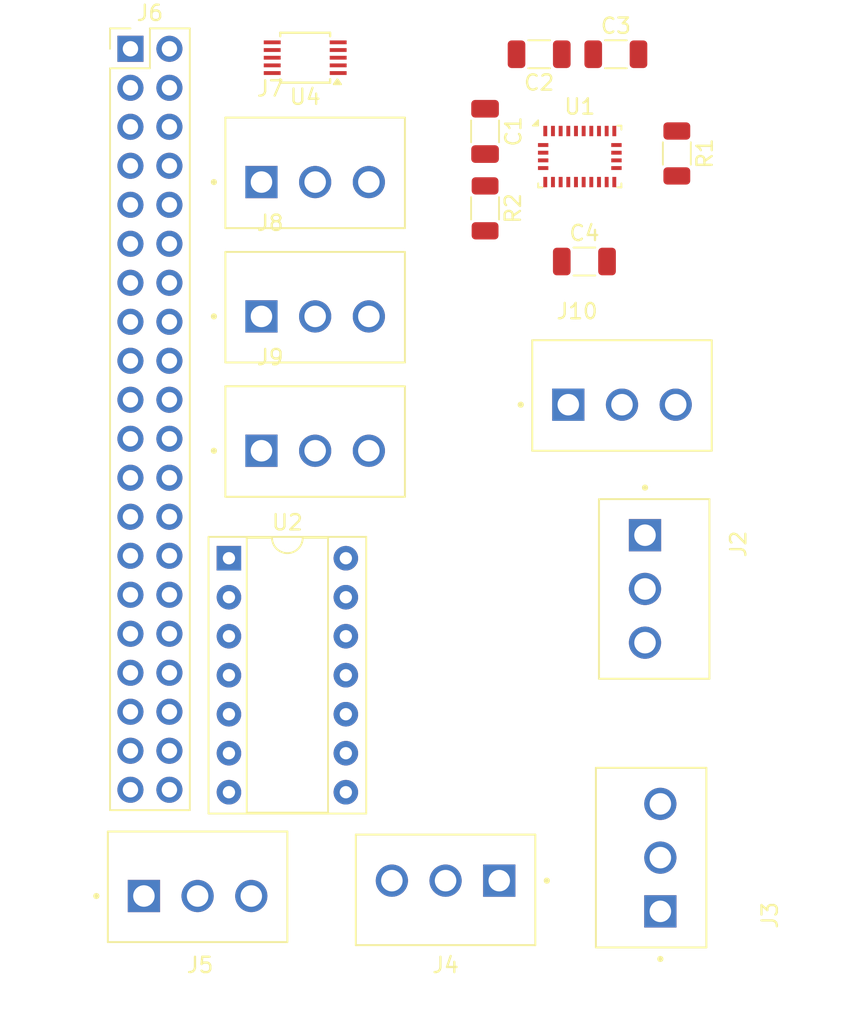
<source format=kicad_pcb>
(kicad_pcb (version 20240108) (generator "pcbnew") (generator_version "8.0")
  (layers (0 "F.Cu" signal) (31 "B.Cu" signal) (34 "B.Paste" user) (35 "F.Paste" user) (36 "B.SilkS" user "B.Silkscreen") (37 "F.SilkS" user "F.Silkscreen") (38 "B.Mask" user) (39 "F.Mask" user) (44 "Edge.Cuts" user))
  (net 0 "")
  (net 1 "GND")
  (net 2 "3.3V")
  (net 3 "Net-(U1-CAP)")
  (net 4 "Net-(J2-Pad2)")
  (net 5 "5V")
  (net 6 "Net-(J3-Pad2)")
  (net 7 "Net-(J4-Pad2)")
  (net 8 "Net-(J5-Pad2)")
  (net 9 "ST 4")
  (net 10 "/I2C_1_SCL")
  (net 11 "/UART_2_RX")
  (net 12 "/gpio232")
  (net 13 "/gpio194")
  (net 14 "/gpio20")
  (net 15 "IMU nBOOT")
  (net 16 "/I2C_1_SDA")
  (net 17 "IMU nRESET")
  (net 18 "/I2C_2_SDA")
  (net 19 "/I2C_2_SCL")
  (net 20 "ST 1")
  (net 21 "ADC ALERT")
  (net 22 "/gpio15")
  (net 23 "/gpio50")
  (net 24 "ST 3")
  (net 25 "/gpio14")
  (net 26 "IMU INT")
  (net 27 "/UART_2_TX")
  (net 28 "/gpio19")
  (net 29 "/gpio79")
  (net 30 "COM 3")
  (net 31 "/gpio12")
  (net 32 "/gpio16")
  (net 33 "/gpio13")
  (net 34 "/gpio17")
  (net 35 "ST 2")
  (net 36 "/gpio18")
  (net 37 "/ADC/Signal")
  (footprint "TBP03R2_350_03BE:CUI_TBP03R2-350-03BE" (layer "F.Cu") (at 155.5 155 90)
    (property "Reference" "J3" (at -0.255 7.1375 90) (layer "F.SilkS"))
    (property "Value" "TBP03R2-350-03BE")
    (fp_line (start 9.35 -4.2) (end 9.35 3) (stroke (width 0.127)) (layer "F.SilkS"))
    (fp_line (start -2.35 -4.2) (end 9.35 -4.2) (stroke (width 0.127)) (layer "F.SilkS"))
    (fp_line (start 9.35 3) (end -2.35 3) (stroke (width 0.127)) (layer "F.SilkS"))
    (fp_line (start -2.35 3) (end -2.35 -4.2) (stroke (width 0.127)) (layer "F.SilkS"))
    (fp_circle (center -3.1 0) (end -3 0) (stroke (width 0.2)) (fill none) (layer "F.SilkS"))
    (pad "1" thru_hole rect (at 0 0 90) (size 2.1 2.1) (drill 1.4) (layers "*.Cu" "*.Mask") (net 1 "GND"))
    (pad "2" thru_hole circle (at 3.5 0 90) (size 2.1 2.1) (drill 1.4) (layers "*.Cu" "*.Mask") (net 6 "Net-(J3-Pad2)"))
    (pad "3" thru_hole circle (at 7 0 90) (size 2.1 2.1) (drill 1.4) (layers "*.Cu" "*.Mask") (net 5 "5V"))
  )
  (footprint "Resistor_SMD:R_1206_3216Metric" (layer "F.Cu") (at 144.075 109.2125 -90)
    (property "Reference" "R2" (at 0 -1.82 90) (layer "F.SilkS"))
    (property "Value" "10k")
    (fp_line (start -0.727064 0.91) (end 0.727064 0.91) (stroke (width 0.12)) (layer "F.SilkS"))
    (fp_line (start -0.727064 -0.91) (end 0.727064 -0.91) (stroke (width 0.12)) (layer "F.SilkS"))
    (pad "1" smd roundrect (at -1.4625 0 270) (size 1.125 1.75) (layers "F.Cu" "F.Paste" "F.Mask") (roundrect_rratio 0.222222) (net 2 "3.3V"))
    (pad "2" smd roundrect (at 1.4625 0 270) (size 1.125 1.75) (layers "F.Cu" "F.Paste" "F.Mask") (roundrect_rratio 0.222222) (net 15 "IMU nBOOT"))
  )
  (footprint "TBP03R2_350_03BE:CUI_TBP03R2-350-03BE" (layer "F.Cu") (at 129.5 107.5)
    (property "Reference" "J7" (at 0.575 -6.085 0) (layer "F.SilkS"))
    (property "Value" "TBP03R2-350-03BE")
    (fp_line (start -2.35 -4.2) (end 9.35 -4.2) (stroke (width 0.127)) (layer "F.SilkS"))
    (fp_line (start -2.35 3) (end -2.35 -4.2) (stroke (width 0.127)) (layer "F.SilkS"))
    (fp_line (start 9.35 -4.2) (end 9.35 3) (stroke (width 0.127)) (layer "F.SilkS"))
    (fp_line (start 9.35 3) (end -2.35 3) (stroke (width 0.127)) (layer "F.SilkS"))
    (fp_circle (center -3.1 0) (end -3 0) (stroke (width 0.2)) (fill none) (layer "F.SilkS"))
    (pad "1" thru_hole rect (at 0 0) (size 2.1 2.1) (drill 1.4) (layers "*.Cu" "*.Mask") (net 2 "3.3V"))
    (pad "2" thru_hole circle (at 3.5 0) (size 2.1 2.1) (drill 1.4) (layers "*.Cu" "*.Mask") (net 37 "/ADC/Signal"))
    (pad "3" thru_hole circle (at 7 0) (size 2.1 2.1) (drill 1.4) (layers "*.Cu" "*.Mask") (net 1 "GND"))
  )
  (footprint "TBP03R2_350_03BE:CUI_TBP03R2-350-03BE" (layer "F.Cu") (at 145 153 180)
    (property "Reference" "J4" (at 3.5 -5.5 360) (layer "F.SilkS"))
    (property "Value" "TBP03R2-350-03BE")
    (fp_line (start 9.35 3) (end -2.35 3) (stroke (width 0.127)) (layer "F.SilkS"))
    (fp_line (start 9.35 -4.2) (end 9.35 3) (stroke (width 0.127)) (layer "F.SilkS"))
    (fp_line (start -2.35 3) (end -2.35 -4.2) (stroke (width 0.127)) (layer "F.SilkS"))
    (fp_line (start -2.35 -4.2) (end 9.35 -4.2) (stroke (width 0.127)) (layer "F.SilkS"))
    (fp_circle (center -3.1 0) (end -3 0) (stroke (width 0.2)) (fill none) (layer "F.SilkS"))
    (pad "1" thru_hole rect (at 0 0 180) (size 2.1 2.1) (drill 1.4) (layers "*.Cu" "*.Mask") (net 1 "GND"))
    (pad "2" thru_hole circle (at 3.5 0 180) (size 2.1 2.1) (drill 1.4) (layers "*.Cu" "*.Mask") (net 7 "Net-(J4-Pad2)"))
    (pad "3" thru_hole circle (at 7 0 180) (size 2.1 2.1) (drill 1.4) (layers "*.Cu" "*.Mask") (net 5 "5V"))
  )
  (footprint "Package_SO:TSSOP-10_3x3mm_P0.5mm" (layer "F.Cu") (at 132.35 99.4 180)
    (property "Reference" "U4" (at 0 -2.55 360) (layer "F.SilkS"))
    (property "Value" "ADS1115IDGS")
    (fp_line (start 1.625 1.625) (end 1.625 1.4) (stroke (width 0.15)) (layer "F.SilkS"))
    (fp_line (start 1.625 -1.625) (end 1.625 -1.4) (stroke (width 0.15)) (layer "F.SilkS"))
    (fp_line (start -1.625 1.625) (end 1.625 1.625) (stroke (width 0.15)) (layer "F.SilkS"))
    (fp_line (start -1.625 1.625) (end -1.625 1.4) (stroke (width 0.15)) (layer "F.SilkS"))
    (fp_line (start -1.625 -1.625) (end 1.625 -1.625) (stroke (width 0.15)) (layer "F.SilkS"))
    (fp_line (start -1.625 -1.625) (end -1.625 -1.4) (stroke (width 0.15)) (layer "F.SilkS"))
    (fp_poly (pts (xy -2.1 -1.4) (xy -2.34 -1.73) (xy -1.86 -1.73) (xy -2.1 -1.4)) (stroke (width 0.12)) (fill solid) (layer "F.SilkS"))
    (pad "1" smd rect (at -2.15 -1 180) (size 1.1 0.25) (layers "F.Cu" "F.Paste" "F.Mask"))
    (pad "2" smd rect (at -2.15 -0.5 180) (size 1.1 0.25) (layers "F.Cu" "F.Paste" "F.Mask") (net 21 "ADC ALERT"))
    (pad "3" smd rect (at -2.15 0 180) (size 1.1 0.25) (layers "F.Cu" "F.Paste" "F.Mask") (net 1 "GND"))
    (pad "4" smd rect (at -2.15 0.5 180) (size 1.1 0.25) (layers "F.Cu" "F.Paste" "F.Mask") (net 37 "/ADC/Signal"))
    (pad "5" smd rect (at -2.15 1 180) (size 1.1 0.25) (layers "F.Cu" "F.Paste" "F.Mask") (net 37 "/ADC/Signal"))
    (pad "6" smd rect (at 2.15 1 180) (size 1.1 0.25) (layers "F.Cu" "F.Paste" "F.Mask") (net 37 "/ADC/Signal"))
    (pad "7" smd rect (at 2.15 0.5 180) (size 1.1 0.25) (layers "F.Cu" "F.Paste" "F.Mask") (net 37 "/ADC/Signal"))
    (pad "8" smd rect (at 2.15 0 180) (size 1.1 0.25) (layers "F.Cu" "F.Paste" "F.Mask") (net 2 "3.3V"))
    (pad "9" smd rect (at 2.15 -0.5 180) (size 1.1 0.25) (layers "F.Cu" "F.Paste" "F.Mask") (net 18 "/I2C_2_SDA"))
    (pad "10" smd rect (at 2.15 -1 180) (size 1.1 0.25) (layers "F.Cu" "F.Paste" "F.Mask") (net 19 "/I2C_2_SCL"))
  )
  (footprint "Connector_PinHeader_2.54mm:PinHeader_2x20_P2.54mm_Vertical" (layer "F.Cu") (at 120.96 98.82)
    (property "Reference" "J6" (at 1.27 -2.33 0) (layer "F.SilkS"))
    (property "Value" "40_Pin_Jetson_Connector")
    (fp_line (start -1.33 -1.33) (end 0 -1.33) (stroke (width 0.12)) (layer "F.SilkS"))
    (fp_line (start -1.33 0) (end -1.33 -1.33) (stroke (width 0.12)) (layer "F.SilkS"))
    (fp_line (start -1.33 1.27) (end -1.33 49.59) (stroke (width 0.12)) (layer "F.SilkS"))
    (fp_line (start -1.33 1.27) (end 1.27 1.27) (stroke (width 0.12)) (layer "F.SilkS"))
    (fp_line (start -1.33 49.59) (end 3.87 49.59) (stroke (width 0.12)) (layer "F.SilkS"))
    (fp_line (start 1.27 -1.33) (end 3.87 -1.33) (stroke (width 0.12)) (layer "F.SilkS"))
    (fp_line (start 1.27 1.27) (end 1.27 -1.33) (stroke (width 0.12)) (layer "F.SilkS"))
    (fp_line (start 3.87 -1.33) (end 3.87 49.59) (stroke (width 0.12)) (layer "F.SilkS"))
    (pad "1" thru_hole rect (at 0 0) (size 1.7 1.7) (drill 1) (layers "*.Cu" "*.Mask") (net 2 "3.3V"))
    (pad "2" thru_hole oval (at 2.54 0) (size 1.7 1.7) (drill 1) (layers "*.Cu" "*.Mask") (net 5 "5V"))
    (pad "3" thru_hole oval (at 0 2.54) (size 1.7 1.7) (drill 1) (layers "*.Cu" "*.Mask") (net 18 "/I2C_2_SDA"))
    (pad "4" thru_hole oval (at 2.54 2.54) (size 1.7 1.7) (drill 1) (layers "*.Cu" "*.Mask") (net 5 "5V"))
    (pad "5" thru_hole oval (at 0 5.08) (size 1.7 1.7) (drill 1) (layers "*.Cu" "*.Mask") (net 19 "/I2C_2_SCL"))
    (pad "6" thru_hole oval (at 2.54 5.08) (size 1.7 1.7) (drill 1) (layers "*.Cu" "*.Mask") (net 1 "GND"))
    (pad "7" thru_hole oval (at 0 7.62) (size 1.7 1.7) (drill 1) (layers "*.Cu" "*.Mask") (net 21 "ADC ALERT"))
    (pad "8" thru_hole oval (at 2.54 7.62) (size 1.7 1.7) (drill 1) (layers "*.Cu" "*.Mask") (net 27 "/UART_2_TX"))
    (pad "9" thru_hole oval (at 0 10.16) (size 1.7 1.7) (drill 1) (layers "*.Cu" "*.Mask") (net 1 "GND"))
    (pad "10" thru_hole oval (at 2.54 10.16) (size 1.7 1.7) (drill 1) (layers "*.Cu" "*.Mask") (net 11 "/UART_2_RX"))
    (pad "11" thru_hole oval (at 0 12.7) (size 1.7 1.7) (drill 1) (layers "*.Cu" "*.Mask") (net 23 "/gpio50"))
    (pad "12" thru_hole oval (at 2.54 12.7) (size 1.7 1.7) (drill 1) (layers "*.Cu" "*.Mask") (net 29 "/gpio79"))
    (pad "13" thru_hole oval (at 0 15.24) (size 1.7 1.7) (drill 1) (layers "*.Cu" "*.Mask") (net 25 "/gpio14"))
    (pad "14" thru_hole oval (at 2.54 15.24) (size 1.7 1.7) (drill 1) (layers "*.Cu" "*.Mask") (net 1 "GND"))
    (pad "15" thru_hole oval (at 0 17.78) (size 1.7 1.7) (drill 1) (layers "*.Cu" "*.Mask") (net 13 "/gpio194"))
    (pad "16" thru_hole oval (at 2.54 17.78) (size 1.7 1.7) (drill 1) (layers "*.Cu" "*.Mask") (net 12 "/gpio232"))
    (pad "17" thru_hole oval (at 0 20.32) (size 1.7 1.7) (drill 1) (layers "*.Cu" "*.Mask") (net 2 "3.3V"))
    (pad "18" thru_hole oval (at 2.54 20.32) (size 1.7 1.7) (drill 1) (layers "*.Cu" "*.Mask") (net 22 "/gpio15"))
    (pad "19" thru_hole oval (at 0 22.86) (size 1.7 1.7) (drill 1) (layers "*.Cu" "*.Mask") (net 32 "/gpio16"))
    (pad "20" thru_hole oval (at 2.54 22.86) (size 1.7 1.7) (drill 1) (layers "*.Cu" "*.Mask") (net 1 "GND"))
    (pad "21" thru_hole oval (at 0 25.4) (size 1.7 1.7) (drill 1) (layers "*.Cu" "*.Mask") (net 34 "/gpio17"))
    (pad "22" thru_hole oval (at 2.54 25.4) (size 1.7 1.7) (drill 1) (layers "*.Cu" "*.Mask") (net 33 "/gpio13"))
    (pad "23" thru_hole oval (at 0 27.94) (size 1.7 1.7) (drill 1) (layers "*.Cu" "*.Mask") (net 36 "/gpio18"))
    (pad "24" thru_hole oval (at 2.54 27.94) (size 1.7 1.7) (drill 1) (layers "*.Cu" "*.Mask") (net 28 "/gpio19"))
    (pad "25" thru_hole oval (at 0 30.48) (size 1.7 1.7) (drill 1) (layers "*.Cu" "*.Mask") (net 1 "GND"))
    (pad "26" thru_hole oval (at 2.54 30.48) (size 1.7 1.7) (drill 1) (layers "*.Cu" "*.Mask") (net 14 "/gpio20"))
    (pad "27" thru_hole oval (at 0 33.02) (size 1.7 1.7) (drill 1) (layers "*.Cu" "*.Mask") (net 16 "/I2C_1_SDA"))
    (pad "28" thru_hole oval (at 2.54 33.02) (size 1.7 1.7) (drill 1) (layers "*.Cu" "*.Mask") (net 10 "/I2C_1_SCL"))
    (pad "29" thru_hole oval (at 0 35.56) (size 1.7 1.7) (drill 1) (layers "*.Cu" "*.Mask") (net 17 "IMU nRESET"))
    (pad "30" thru_hole oval (at 2.54 35.56) (size 1.7 1.7) (drill 1) (layers "*.Cu" "*.Mask") (net 1 "GND"))
    (pad "31" thru_hole oval (at 0 38.1) (size 1.7 1.7) (drill 1) (layers "*.Cu" "*.Mask") (net 26 "IMU INT"))
    (pad "32" thru_hole oval (at 2.54 38.1) (size 1.7 1.7) (drill 1) (layers "*.Cu" "*.Mask") (net 20 "ST 1"))
    (pad "33" thru_hole oval (at 0 40.64) (size 1.7 1.7) (drill 1) (layers "*.Cu" "*.Mask") (net 15 "IMU nBOOT"))
    (pad "34" thru_hole oval (at 2.54 40.64) (size 1.7 1.7) (drill 1) (layers "*.Cu" "*.Mask") (net 1 "GND"))
    (pad "35" thru_hole oval (at 0 43.18) (size 1.7 1.7) (drill 1) (layers "*.Cu" "*.Mask") (net 30 "COM 3"))
    (pad "36" thru_hole oval (at 2.54 43.18) (size 1.7 1.7) (drill 1) (layers "*.Cu" "*.Mask") (net 35 "ST 2"))
    (pad "37" thru_hole oval (at 0 45.72) (size 1.7 1.7) (drill 1) (layers "*.Cu" "*.Mask") (net 31 "/gpio12"))
    (pad "38" thru_hole oval (at 2.54 45.72) (size 1.7 1.7) (drill 1) (layers "*.Cu" "*.Mask") (net 24 "ST 3"))
    (pad "39" thru_hole oval (at 0 48.26) (size 1.7 1.7) (drill 1) (layers "*.Cu" "*.Mask") (net 1 "GND"))
    (pad "40" thru_hole oval (at 2.54 48.26) (size 1.7 1.7) (drill 1) (layers "*.Cu" "*.Mask") (net 9 "ST 4"))
  )
  (footprint "TBP03R2_350_03BE:CUI_TBP03R2-350-03BE" (layer "F.Cu") (at 149.5 122)
    (property "Reference" "J10" (at 0.575 -6.085 360) (layer "F.SilkS"))
    (property "Value" "TBP03R2-350-03BE")
    (fp_line (start -2.35 -4.2) (end 9.35 -4.2) (stroke (width 0.127)) (layer "F.SilkS"))
    (fp_line (start -2.35 3) (end -2.35 -4.2) (stroke (width 0.127)) (layer "F.SilkS"))
    (fp_line (start 9.35 -4.2) (end 9.35 3) (stroke (width 0.127)) (layer "F.SilkS"))
    (fp_line (start 9.35 3) (end -2.35 3) (stroke (width 0.127)) (layer "F.SilkS"))
    (fp_circle (center -3.1 0) (end -3 0) (stroke (width 0.2)) (fill none) (layer "F.SilkS"))
    (pad "1" thru_hole rect (at 0 0) (size 2.1 2.1) (drill 1.4) (layers "*.Cu" "*.Mask") (net 2 "3.3V"))
    (pad "2" thru_hole circle (at 3.5 0) (size 2.1 2.1) (drill 1.4) (layers "*.Cu" "*.Mask") (net 37 "/ADC/Signal"))
    (pad "3" thru_hole circle (at 7 0) (size 2.1 2.1) (drill 1.4) (layers "*.Cu" "*.Mask") (net 1 "GND"))
  )
  (footprint "Capacitor_SMD:C_1206_3216Metric" (layer "F.Cu") (at 147.6 99.175 180)
    (property "Reference" "C2" (at 0 -1.85 360) (layer "F.SilkS"))
    (property "Value" "6.8n")
    (fp_line (start -0.711252 0.91) (end 0.711252 0.91) (stroke (width 0.12)) (layer "F.SilkS"))
    (fp_line (start -0.711252 -0.91) (end 0.711252 -0.91) (stroke (width 0.12)) (layer "F.SilkS"))
    (pad "1" smd roundrect (at -1.475 0 180) (size 1.15 1.8) (layers "F.Cu" "F.Paste" "F.Mask") (roundrect_rratio 0.217391) (net 1 "GND"))
    (pad "2" smd roundrect (at 1.475 0 180) (size 1.15 1.8) (layers "F.Cu" "F.Paste" "F.Mask") (roundrect_rratio 0.217391) (net 2 "3.3V"))
  )
  (footprint "TBP03R2_350_03BE:CUI_TBP03R2-350-03BE" (layer "F.Cu") (at 129.5 116.25)
    (property "Reference" "J8" (at 0.575 -6.085 0) (layer "F.SilkS"))
    (property "Value" "TBP03R2-350-03BE")
    (fp_line (start -2.35 -4.2) (end 9.35 -4.2) (stroke (width 0.127)) (layer "F.SilkS"))
    (fp_line (start -2.35 3) (end -2.35 -4.2) (stroke (width 0.127)) (layer "F.SilkS"))
    (fp_line (start 9.35 -4.2) (end 9.35 3) (stroke (width 0.127)) (layer "F.SilkS"))
    (fp_line (start 9.35 3) (end -2.35 3) (stroke (width 0.127)) (layer "F.SilkS"))
    (fp_circle (center -3.1 0) (end -3 0) (stroke (width 0.2)) (fill none) (layer "F.SilkS"))
    (pad "1" thru_hole rect (at 0 0) (size 2.1 2.1) (drill 1.4) (layers "*.Cu" "*.Mask") (net 2 "3.3V"))
    (pad "2" thru_hole circle (at 3.5 0) (size 2.1 2.1) (drill 1.4) (layers "*.Cu" "*.Mask") (net 37 "/ADC/Signal"))
    (pad "3" thru_hole circle (at 7 0) (size 2.1 2.1) (drill 1.4) (layers "*.Cu" "*.Mask") (net 1 "GND"))
  )
  (footprint "TBP03R2_350_03BE:CUI_TBP03R2-350-03BE" (layer "F.Cu") (at 129.5 125)
    (property "Reference" "J9" (at 0.575 -6.085 0) (layer "F.SilkS"))
    (property "Value" "TBP03R2-350-03BE")
    (fp_line (start -2.35 -4.2) (end 9.35 -4.2) (stroke (width 0.127)) (layer "F.SilkS"))
    (fp_line (start -2.35 3) (end -2.35 -4.2) (stroke (width 0.127)) (layer "F.SilkS"))
    (fp_line (start 9.35 -4.2) (end 9.35 3) (stroke (width 0.127)) (layer "F.SilkS"))
    (fp_line (start 9.35 3) (end -2.35 3) (stroke (width 0.127)) (layer "F.SilkS"))
    (fp_circle (center -3.1 0) (end -3 0) (stroke (width 0.2)) (fill none) (layer "F.SilkS"))
    (pad "1" thru_hole rect (at 0 0) (size 2.1 2.1) (drill 1.4) (layers "*.Cu" "*.Mask") (net 2 "3.3V"))
    (pad "2" thru_hole circle (at 3.5 0) (size 2.1 2.1) (drill 1.4) (layers "*.Cu" "*.Mask") (net 37 "/ADC/Signal"))
    (pad "3" thru_hole circle (at 7 0) (size 2.1 2.1) (drill 1.4) (layers "*.Cu" "*.Mask") (net 1 "GND"))
  )
  (footprint "Capacitor_SMD:C_1206_3216Metric" (layer "F.Cu") (at 150.55 112.675)
    (property "Reference" "C4" (at 0 -1.85 360) (layer "F.SilkS"))
    (property "Value" "100n")
    (fp_line (start -0.711252 -0.91) (end 0.711252 -0.91) (stroke (width 0.12)) (layer "F.SilkS"))
    (fp_line (start -0.711252 0.91) (end 0.711252 0.91) (stroke (width 0.12)) (layer "F.SilkS"))
    (pad "1" smd roundrect (at -1.475 0) (size 1.15 1.8) (layers "F.Cu" "F.Paste" "F.Mask") (roundrect_rratio 0.217391) (net 3 "Net-(U1-CAP)"))
    (pad "2" smd roundrect (at 1.475 0) (size 1.15 1.8) (layers "F.Cu" "F.Paste" "F.Mask") (roundrect_rratio 0.217391) (net 1 "GND"))
  )
  (footprint "Capacitor_SMD:C_1206_3216Metric" (layer "F.Cu") (at 144.075 104.2 -90)
    (property "Reference" "C1" (at 0 -1.85 90) (layer "F.SilkS"))
    (property "Value" "100n")
    (fp_line (start -0.711252 0.91) (end 0.711252 0.91) (stroke (width 0.12)) (layer "F.SilkS"))
    (fp_line (start -0.711252 -0.91) (end 0.711252 -0.91) (stroke (width 0.12)) (layer "F.SilkS"))
    (pad "1" smd roundrect (at -1.475 0 270) (size 1.15 1.8) (layers "F.Cu" "F.Paste" "F.Mask") (roundrect_rratio 0.217391) (net 1 "GND"))
    (pad "2" smd roundrect (at 1.475 0 270) (size 1.15 1.8) (layers "F.Cu" "F.Paste" "F.Mask") (roundrect_rratio 0.217391) (net 2 "3.3V"))
  )
  (footprint "Capacitor_SMD:C_1206_3216Metric" (layer "F.Cu") (at 152.6 99.175)
    (property "Reference" "C3" (at 0 -1.85 360) (layer "F.SilkS"))
    (property "Value" "120n")
    (fp_line (start -0.711252 -0.91) (end 0.711252 -0.91) (stroke (width 0.12)) (layer "F.SilkS"))
    (fp_line (start -0.711252 0.91) (end 0.711252 0.91) (stroke (width 0.12)) (layer "F.SilkS"))
    (pad "1" smd roundrect (at -1.475 0) (size 1.15 1.8) (layers "F.Cu" "F.Paste" "F.Mask") (roundrect_rratio 0.217391) (net 1 "GND"))
    (pad "2" smd roundrect (at 1.475 0) (size 1.15 1.8) (layers "F.Cu" "F.Paste" "F.Mask") (roundrect_rratio 0.217391) (net 2 "3.3V"))
  )
  (footprint "Package_DIP:DIP-14_W7.62mm_Socket" (layer "F.Cu") (at 127.38 132)
    (property "Reference" "U2" (at 3.81 -2.33 360) (layer "F.SilkS"))
    (property "Value" "74LV14")
    (fp_line (start -1.33 -1.39) (end -1.33 16.63) (stroke (width 0.12)) (layer "F.SilkS"))
    (fp_line (start -1.33 16.63) (end 8.95 16.63) (stroke (width 0.12)) (layer "F.SilkS"))
    (fp_line (start 1.16 -1.33) (end 1.16 16.57) (stroke (width 0.12)) (layer "F.SilkS"))
    (fp_line (start 1.16 16.57) (end 6.46 16.57) (stroke (width 0.12)) (layer "F.SilkS"))
    (fp_line (start 2.81 -1.33) (end 1.16 -1.33) (stroke (width 0.12)) (layer "F.SilkS"))
    (fp_line (start 6.46 -1.33) (end 4.81 -1.33) (stroke (width 0.12)) (layer "F.SilkS"))
    (fp_line (start 6.46 16.57) (end 6.46 -1.33) (stroke (width 0.12)) (layer "F.SilkS"))
    (fp_line (start 8.95 -1.39) (end -1.33 -1.39) (stroke (width 0.12)) (layer "F.SilkS"))
    (fp_line (start 8.95 16.63) (end 8.95 -1.39) (stroke (width 0.12)) (layer "F.SilkS"))
    (fp_arc (start 4.81 -1.33) (mid 3.81 -0.33) (end 2.81 -1.33) (stroke (width 0.12)) (layer "F.SilkS"))
    (pad "1" thru_hole rect (at 0 0) (size 1.6 1.6) (drill 0.8) (layers "*.Cu" "*.Mask") (net 4 "Net-(J2-Pad2)"))
    (pad "2" thru_hole oval (at 0 2.54) (size 1.6 1.6) (drill 0.8) (layers "*.Cu" "*.Mask") (net 20 "ST 1"))
    (pad "3" thru_hole oval (at 0 5.08) (size 1.6 1.6) (drill 0.8) (layers "*.Cu" "*.Mask") (net 6 "Net-(J3-Pad2)"))
    (pad "4" thru_hole oval (at 0 7.62) (size 1.6 1.6) (drill 0.8) (layers "*.Cu" "*.Mask") (net 35 "ST 2"))
    (pad "5" thru_hole oval (at 0 10.16) (size 1.6 1.6) (drill 0.8) (layers "*.Cu" "*.Mask") (net 7 "Net-(J4-Pad2)"))
    (pad "6" thru_hole oval (at 0 12.7) (size 1.6 1.6) (drill 0.8) (layers "*.Cu" "*.Mask") (net 24 "ST 3"))
    (pad "7" thru_hole oval (at 0 15.24) (size 1.6 1.6) (drill 0.8) (layers "*.Cu" "*.Mask") (net 1 "GND"))
    (pad "8" thru_hole oval (at 7.62 15.24) (size 1.6 1.6) (drill 0.8) (layers "*.Cu" "*.Mask") (net 9 "ST 4"))
    (pad "9" thru_hole oval (at 7.62 12.7) (size 1.6 1.6) (drill 0.8) (layers "*.Cu" "*.Mask") (net 8 "Net-(J5-Pad2)"))
    (pad "10" thru_hole oval (at 7.62 10.16) (size 1.6 1.6) (drill 0.8) (layers "*.Cu" "*.Mask"))
    (pad "11" thru_hole oval (at 7.62 7.62) (size 1.6 1.6) (drill 0.8) (layers "*.Cu" "*.Mask"))
    (pad "12" thru_hole oval (at 7.62 5.08) (size 1.6 1.6) (drill 0.8) (layers "*.Cu" "*.Mask"))
    (pad "13" thru_hole oval (at 7.62 2.54) (size 1.6 1.6) (drill 0.8) (layers "*.Cu" "*.Mask"))
    (pad "14" thru_hole oval (at 7.62 0) (size 1.6 1.6) (drill 0.8) (layers "*.Cu" "*.Mask") (net 5 "5V"))
  )
  (footprint "TBP03R2_350_03BE:CUI_TBP03R2-350-03BE" (layer "F.Cu") (at 154.5 130.5 -90)
    (property "Reference" "J2" (at 0.575 -6.085 90) (layer "F.SilkS"))
    (property "Value" "TBP03R2-350-03BE")
    (fp_line (start -2.35 3) (end -2.35 -4.2) (stroke (width 0.127)) (layer "F.SilkS"))
    (fp_line (start 9.35 3) (end -2.35 3) (stroke (width 0.127)) (layer "F.SilkS"))
    (fp_line (start -2.35 -4.2) (end 9.35 -4.2) (stroke (width 0.127)) (layer "F.SilkS"))
    (fp_line (start 9.35 -4.2) (end 9.35 3) (stroke (width 0.127)) (layer "F.SilkS"))
    (fp_circle (center -3.1 0) (end -3 0) (stroke (width 0.2)) (fill none) (layer "F.SilkS"))
    (pad "1" thru_hole rect (at 0 0 270) (size 2.1 2.1) (drill 1.4) (layers "*.Cu" "*.Mask") (net 1 "GND"))
    (pad "2" thru_hole circle (at 3.5 0 270) (size 2.1 2.1) (drill 1.4) (layers "*.Cu" "*.Mask") (net 4 "Net-(J2-Pad2)"))
    (pad "3" thru_hole circle (at 7 0 270) (size 2.1 2.1) (drill 1.4) (layers "*.Cu" "*.Mask") (net 5 "5V"))
  )
  (footprint "Resistor_SMD:R_1206_3216Metric" (layer "F.Cu") (at 156.575 105.6375 -90)
    (property "Reference" "R1" (at 0 -1.82 90) (layer "F.SilkS"))
    (property "Value" "10k")
    (fp_line (start -0.727064 0.91) (end 0.727064 0.91) (stroke (width 0.12)) (layer "F.SilkS"))
    (fp_line (start -0.727064 -0.91) (end 0.727064 -0.91) (stroke (width 0.12)) (layer "F.SilkS"))
    (pad "1" smd roundrect (at -1.4625 0 270) (size 1.125 1.75) (layers "F.Cu" "F.Paste" "F.Mask") (roundrect_rratio 0.222222) (net 2 "3.3V"))
    (pad "2" smd roundrect (at 1.4625 0 270) (size 1.125 1.75) (layers "F.Cu" "F.Paste" "F.Mask") (roundrect_rratio 0.222222) (net 17 "IMU nRESET"))
  )
  (footprint "TBP03R2_350_03BE:CUI_TBP03R2-350-03BE" (layer "F.Cu") (at 121.8375 154)
    (property "Reference" "J5" (at 3.6625 4.5 360) (layer "F.SilkS"))
    (property "Value" "TBP03R2-350-03BE")
    (fp_line (start -2.35 -4.2) (end 9.35 -4.2) (stroke (width 0.127)) (layer "F.SilkS"))
    (fp_line (start -2.35 3) (end -2.35 -4.2) (stroke (width 0.127)) (layer "F.SilkS"))
    (fp_line (start 9.35 -4.2) (end 9.35 3) (stroke (width 0.127)) (layer "F.SilkS"))
    (fp_line (start 9.35 3) (end -2.35 3) (stroke (width 0.127)) (layer "F.SilkS"))
    (fp_circle (center -3.1 0) (end -3 0) (stroke (width 0.2)) (fill none) (layer "F.SilkS"))
    (pad "1" thru_hole rect (at 0 0) (size 2.1 2.1) (drill 1.4) (layers "*.Cu" "*.Mask") (net 1 "GND"))
    (pad "2" thru_hole circle (at 3.5 0) (size 2.1 2.1) (drill 1.4) (layers "*.Cu" "*.Mask") (net 8 "Net-(J5-Pad2)"))
    (pad "3" thru_hole circle (at 7 0) (size 2.1 2.1) (drill 1.4) (layers "*.Cu" "*.Mask") (net 5 "5V"))
  )
  (footprint "Package_LGA:LGA-28_5.2x3.8mm_P0.5mm" (layer "F.Cu") (at 150.25 105.8375)
    (property "Reference" "U1" (at 0 -3.25 360) (layer "F.SilkS"))
    (property "Value" "BNO055")
    (fp_line (start -2.71 2.01) (end -2.71 1.75) (stroke (width 0.12)) (layer "F.SilkS"))
    (fp_line (start -2.71 2.01) (end -2.45 2.01) (stroke (width 0.12)) (layer "F.SilkS"))
    (fp_line (start 2.71 -2.01) (end 2.45 -2.01) (stroke (width 0.12)) (layer "F.SilkS"))
    (fp_line (start 2.71 -2.01) (end 2.71 -1.75) (stroke (width 0.12)) (layer "F.SilkS"))
    (fp_line (start 2.71 2.01) (end 2.45 2.01) (stroke (width 0.12)) (layer "F.SilkS"))
    (fp_line (start 2.71 2.01) (end 2.71 1.75) (stroke (width 0.12)) (layer "F.SilkS"))
    (fp_poly (pts (xy -2.71 -2.01) (xy -3.07 -2.01) (xy -2.71 -2.37) (xy -2.71 -2.01)) (stroke (width 0.1)) (fill solid) (layer "F.SilkS"))
    (pad "1" smd rect (at -2.25 -1.6625) (size 0.254 0.675) (layers "F.Cu" "F.Paste" "F.Mask"))
    (pad "2" smd rect (at -2.3875 -0.75 90) (size 0.254 0.675) (layers "F.Cu" "F.Paste" "F.Mask") (net 1 "GND"))
    (pad "3" smd rect (at -2.3875 -0.25 90) (size 0.254 0.675) (layers "F.Cu" "F.Paste" "F.Mask") (net 2 "3.3V"))
    (pad "4" smd rect (at -2.3875 0.25 90) (size 0.254 0.675) (layers "F.Cu" "F.Paste" "F.Mask") (net 15 "IMU nBOOT"))
    (pad "5" smd rect (at -2.3875 0.75 90) (size 0.254 0.675) (layers "F.Cu" "F.Paste" "F.Mask") (net 1 "GND"))
    (pad "6" smd rect (at -2.25 1.6625) (size 0.254 0.675) (layers "F.Cu" "F.Paste" "F.Mask") (net 1 "GND"))
    (pad "7" smd rect (at -1.75 1.6625) (size 0.254 0.675) (layers "F.Cu" "F.Paste" "F.Mask"))
    (pad "8" smd rect (at -1.25 1.6625) (size 0.254 0.675) (layers "F.Cu" "F.Paste" "F.Mask"))
    (pad "9" smd rect (at -0.75 1.6625) (size 0.254 0.675) (layers "F.Cu" "F.Paste" "F.Mask") (net 3 "Net-(U1-CAP)"))
    (pad "10" smd rect (at -0.25 1.6625) (size 0.254 0.675) (layers "F.Cu" "F.Paste" "F.Mask") (net 1 "GND"))
    (pad "11" smd rect (at 0.25 1.6625) (size 0.254 0.675) (layers "F.Cu" "F.Paste" "F.Mask") (net 17 "IMU nRESET"))
    (pad "12" smd rect (at 0.75 1.6625) (size 0.254 0.675) (layers "F.Cu" "F.Paste" "F.Mask"))
    (pad "13" smd rect (at 1.25 1.6625) (size 0.254 0.675) (layers "F.Cu" "F.Paste" "F.Mask"))
    (pad "14" smd rect (at 1.75 1.6625) (size 0.254 0.675) (layers "F.Cu" "F.Paste" "F.Mask") (net 26 "IMU INT"))
    (pad "15" smd rect (at 2.25 1.6625) (size 0.254 0.675) (layers "F.Cu" "F.Paste" "F.Mask") (net 1 "GND"))
    (pad "16" smd rect (at 2.3875 0.75 90) (size 0.254 0.675) (layers "F.Cu" "F.Paste" "F.Mask") (net 1 "GND"))
    (pad "17" smd rect (at 2.3875 0.25 90) (size 0.254 0.675) (layers "F.Cu" "F.Paste" "F.Mask") (net 30 "COM 3"))
    (pad "18" smd rect (at 2.3875 -0.25 90) (size 0.254 0.675) (layers "F.Cu" "F.Paste" "F.Mask") (net 1 "GND"))
    (pad "19" smd rect (at 2.3875 -0.75 90) (size 0.254 0.675) (layers "F.Cu" "F.Paste" "F.Mask") (net 19 "/I2C_2_SCL"))
    (pad "20" smd rect (at 2.25 -1.6625) (size 0.254 0.675) (layers "F.Cu" "F.Paste" "F.Mask") (net 18 "/I2C_2_SDA"))
    (pad "21" smd rect (at 1.75 -1.6625) (size 0.254 0.675) (layers "F.Cu" "F.Paste" "F.Mask"))
    (pad "22" smd rect (at 1.25 -1.6625) (size 0.254 0.675) (layers "F.Cu" "F.Paste" "F.Mask"))
    (pad "23" smd rect (at 0.75 -1.6625) (size 0.254 0.675) (layers "F.Cu" "F.Paste" "F.Mask"))
    (pad "24" smd rect (at 0.25 -1.6625) (size 0.254 0.675) (layers "F.Cu" "F.Paste" "F.Mask"))
    (pad "25" smd rect (at -0.25 -1.6625) (size 0.254 0.675) (layers "F.Cu" "F.Paste" "F.Mask") (net 1 "GND"))
    (pad "26" smd rect (at -0.75 -1.6625) (size 0.254 0.675) (layers "F.Cu" "F.Paste" "F.Mask"))
    (pad "27" smd rect (at -1.25 -1.6625) (size 0.254 0.675) (layers "F.Cu" "F.Paste" "F.Mask"))
    (pad "28" smd rect (at -1.75 -1.6625) (size 0.254 0.675) (layers "F.Cu" "F.Paste" "F.Mask") (net 2 "3.3V"))
  )
)
</source>
